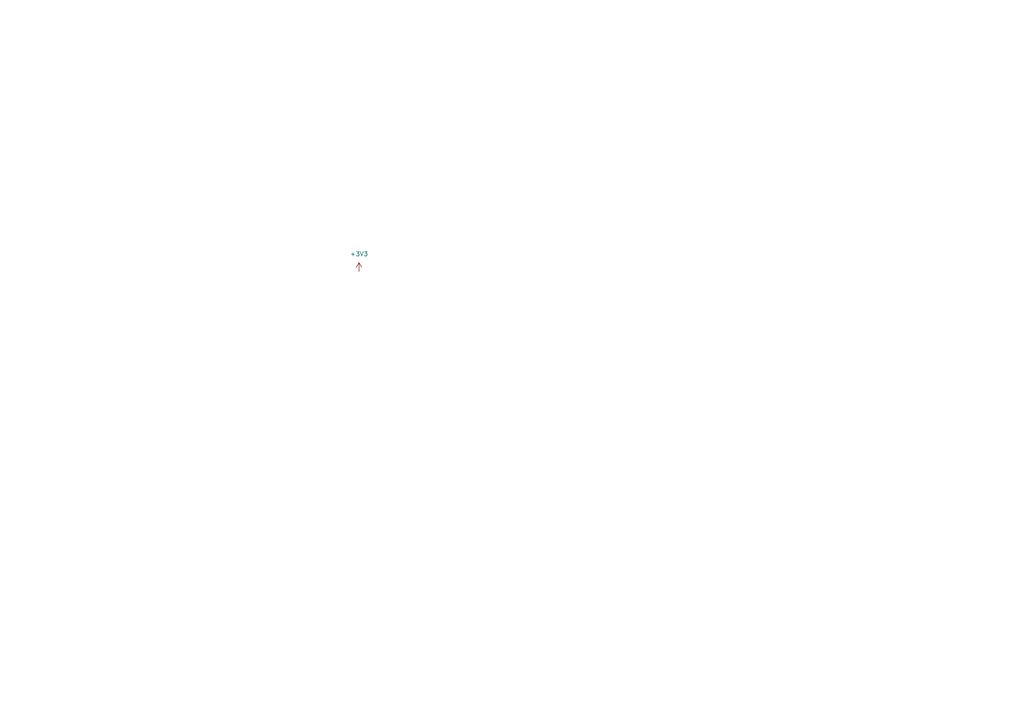
<source format=kicad_sch>
(kicad_sch (version 20211123) (generator eeschema)
  (paper "A4")
  (lib_symbols
    (symbol "power:+3V3" (power) (pin_names (offset 0))
      (property "Value" "+3V3" (at 0 3.556 0))
      (symbol "+3V3_0_1"
        (polyline (pts (xy -0.762 1.27) (xy 0 2.54)))
        (polyline (pts (xy 0 0) (xy 0 2.54)))
        (polyline (pts (xy 0 2.54) (xy 0.762 1.27)))
      )
      (symbol "+3V3_1_1"
        (pin power_in line (at 0 0 90) (length 0) hide (name "+3V3") (number "1"))
      )
    )
  )
  (symbol (lib_id "power:+3V3") (at 104.14 78.74 0) (unit 1)
    (property "Reference" "#PWR?" (effects hide))
    (property "Value" "+3V3" (at 104.14 73.66 0))
  )
)
</source>
